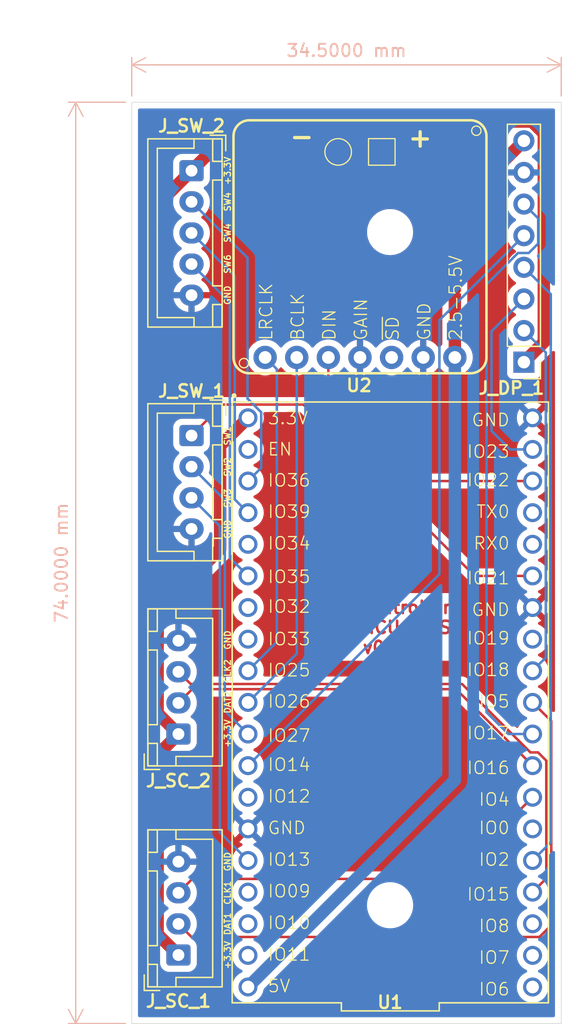
<source format=kicad_pcb>
(kicad_pcb (version 20240108) (generator "pcbnew") (generator_version "8.0")
  (title_block (title "MainControllerNodeMCU-32S") (date "2024-04-26") (comment 1 "PSH Portable Smart Hangboard") (comment 2 "April 2024"))
  (layers (0 "F.Cu" signal) (31 "B.Cu" signal) (34 "B.Paste" user) (35 "F.Paste" user) (36 "B.SilkS" user "B.Silkscreen") (37 "F.SilkS" user "F.Silkscreen") (38 "B.Mask" user) (39 "F.Mask" user) (44 "Edge.Cuts" user))
  (net 0 "")
  (net 1 "Display_SCK")
  (net 2 "Display_A0")
  (net 3 "Display_CS")
  (net 4 "Display_RESET")
  (net 5 "Display_SDA")
  (net 6 "+5V")
  (net 7 "HX711_1_DAT")
  (net 8 "HX711_1_CLK")
  (net 9 "HX711_2_CLK")
  (net 10 "HX711_2_DAT")
  (net 11 "MAX98357A_DIN")
  (net 12 "MAX98357A_BCLK")
  (net 13 "MAX98357A_LRCLK")
  (net 15 "+3.3V")
  (net 16 "GND")
  (net 24 "SW2")
  (net 28 "SW3")
  (net 30 "SW1")
  (net 31 "SW5")
  (net 36 "SW6")
  (net 37 "SW4")
  (footprint "Connector_JST:JST_XH_B4B-XH-A_1x04_P2.50mm_Vertical" (layer "F.Cu") (at 143.2468 91.8788 -90)
    (property "Reference" "J_SW_1" (at -3.575 0 180) (layer "F.SilkS") (effects (font (thickness 0.2) (bold yes))))
    (property "Value" "Conn_01x04")
    (fp_line (start -2.56 3.51) (end 10.06 3.51) (stroke (width 0.12)) (layer "F.SilkS"))
    (fp_line (start 10.06 3.51) (end 10.06 -2.46) (stroke (width 0.12)) (layer "F.SilkS"))
    (fp_line (start -1.8 2.75) (end 3.75 2.75) (stroke (width 0.12)) (layer "F.SilkS"))
    (fp_line (start 9.3 2.75) (end 3.75 2.75) (stroke (width 0.12)) (layer "F.SilkS"))
    (fp_line (start -2.55 -0.2) (end -1.8 -0.2) (stroke (width 0.12)) (layer "F.SilkS"))
    (fp_line (start -1.8 -0.2) (end -1.8 2.75) (stroke (width 0.12)) (layer "F.SilkS"))
    (fp_line (start 9.3 -0.2) (end 9.3 2.75) (stroke (width 0.12)) (layer "F.SilkS"))
    (fp_line (start 10.05 -0.2) (end 9.3 -0.2) (stroke (width 0.12)) (layer "F.SilkS"))
    (fp_line (start -2.55 -1.7) (end -0.75 -1.7) (stroke (width 0.12)) (layer "F.SilkS"))
    (fp_line (start -0.75 -1.7) (end -0.75 -2.45) (stroke (width 0.12)) (layer "F.SilkS"))
    (fp_line (start 0.75 -1.7) (end 6.75 -1.7) (stroke (width 0.12)) (layer "F.SilkS"))
    (fp_line (start 6.75 -1.7) (end 6.75 -2.45) (stroke (width 0.12)) (layer "F.SilkS"))
    (fp_line (start 8.25 -1.7) (end 10.05 -1.7) (stroke (width 0.12)) (layer "F.SilkS"))
    (fp_line (start 10.05 -1.7) (end 10.05 -2.45) (stroke (width 0.12)) (layer "F.SilkS"))
    (fp_line (start -2.55 -2.45) (end -2.55 -1.7) (stroke (width 0.12)) (layer "F.SilkS"))
    (fp_line (start -0.75 -2.45) (end -2.55 -2.45) (stroke (width 0.12)) (layer "F.SilkS"))
    (fp_line (start 0.75 -2.45) (end 0.75 -1.7) (stroke (width 0.12)) (layer "F.SilkS"))
    (fp_line (start 6.75 -2.45) (end 0.75 -2.45) (stroke (width 0.12)) (layer "F.SilkS"))
    (fp_line (start 8.25 -2.45) (end 8.25 -1.7) (stroke (width 0.12)) (layer "F.SilkS"))
    (fp_line (start 10.05 -2.45) (end 8.25 -2.45) (stroke (width 0.12)) (layer "F.SilkS"))
    (fp_line (start -2.56 -2.46) (end -2.56 3.51) (stroke (width 0.12)) (layer "F.SilkS"))
    (fp_line (start 10.06 -2.46) (end -2.56 -2.46) (stroke (width 0.12)) (layer "F.SilkS"))
    (fp_line (start -2.85 -2.75) (end -2.85 -1.5) (stroke (width 0.12)) (layer "F.SilkS"))
    (fp_line (start -1.6 -2.75) (end -2.85 -2.75) (stroke (width 0.12)) (layer "F.SilkS"))
    (pad "1" thru_hole roundrect (at 0 0 270) (size 1.7 1.95) (drill 0.95) (layers "*.Cu" "*.Mask") (roundrect_rratio 0.147059) (net 30 "SW1"))
    (pad "2" thru_hole oval (at 2.5 0 270) (size 1.7 1.95) (drill 0.95) (layers "*.Cu" "*.Mask") (net 24 "SW2"))
    (pad "3" thru_hole oval (at 5 0 270) (size 1.7 1.95) (drill 0.95) (layers "*.Cu" "*.Mask") (net 28 "SW3"))
    (pad "4" thru_hole oval (at 7.5 0 270) (size 1.7 1.95) (drill 0.95) (layers "*.Cu" "*.Mask") (net 16 "GND"))
  )
  (footprint "MountingHole:MountingHole_3.2mm_M3" (layer "F.Cu") (at 159.1968 75.5332)
    (property "Reference" "MountingHole1" (hide yes))
    (property "Value" "MountingHole_3.2mm_M3" (hide yes))
    (pad "" np_thru_hole circle (at 0 0) (size 3.2 3.2) (drill 3.2) (layers "*.Cu" "*.Mask"))
  )
  (footprint "Connector_PinHeader_2.54mm:PinHeader_1x08_P2.54mm_Vertical" (layer "F.Cu") (at 169.9468 85.9838 180)
    (property "Reference" "J_DP_1" (at 1 -2.0808 180) (layer "F.SilkS") (effects (font (thickness 0.2) (bold yes))))
    (property "Value" "Conn_01x08")
    (fp_line (start 1.33 1.27) (end 1.33 19.11) (stroke (width 0.12)) (layer "F.SilkS"))
    (fp_line (start -1.33 19.11) (end 1.33 19.11) (stroke (width 0.12)) (layer "F.SilkS"))
    (fp_line (start -1.33 1.27) (end 1.33 1.27) (stroke (width 0.12)) (layer "F.SilkS"))
    (fp_line (start -1.33 1.27) (end -1.33 19.11) (stroke (width 0.12)) (layer "F.SilkS"))
    (fp_line (start -1.33 0) (end -1.33 -1.33) (stroke (width 0.12)) (layer "F.SilkS"))
    (fp_line (start -1.33 -1.33) (end 0 -1.33) (stroke (width 0.12)) (layer "F.SilkS"))
    (pad "1" thru_hole rect (at 0 0 180) (size 1.7 1.7) (drill 1) (layers "*.Cu" "*.Mask") (net 15 "+3.3V"))
    (pad "2" thru_hole oval (at 0 2.54 180) (size 1.7 1.7) (drill 1) (layers "*.Cu" "*.Mask") (net 1 "Display_SCK"))
    (pad "3" thru_hole oval (at 0 5.08 180) (size 1.7 1.7) (drill 1) (layers "*.Cu" "*.Mask") (net 5 "Display_SDA"))
    (pad "4" thru_hole oval (at 0 7.62 180) (size 1.7 1.7) (drill 1) (layers "*.Cu" "*.Mask") (net 2 "Display_A0"))
    (pad "5" thru_hole oval (at 0 10.16 180) (size 1.7 1.7) (drill 1) (layers "*.Cu" "*.Mask") (net 4 "Display_RESET"))
    (pad "6" thru_hole oval (at 0 12.7 180) (size 1.7 1.7) (drill 1) (layers "*.Cu" "*.Mask") (net 3 "Display_CS"))
    (pad "7" thru_hole oval (at 0 15.24 180) (size 1.7 1.7) (drill 1) (layers "*.Cu" "*.Mask") (net 16 "GND"))
    (pad "8" thru_hole oval (at 0 17.78 180) (size 1.7 1.7) (drill 1) (layers "*.Cu" "*.Mask") (net 6 "+5V"))
  )
  (footprint "Footprints:SparkFun MAX98357A I2S Audio Breakout" (layer "F.Cu") (at 156.6784 76.6884 90)
    (property "Reference" "U2" (at -11.1654 0.0284 0) (layer "F.SilkS") (effects (font (thickness 0.2) (bold yes))))
    (property "Value" "SparkFun_MAX98357A_I2S_Audio_Breakout")
    (fp_line (start 8.8646 -10.0584) (end -8.9154 -10.0584) (stroke (width 0.2032)) (layer "F.SilkS"))
    (fp_line (start -10.1854 -8.7884) (end -10.1854 8.9916) (stroke (width 0.2032)) (layer "F.SilkS"))
    (fp_line (start 10.1346 8.9916) (end 10.1346 -8.7884) (stroke (width 0.2032)) (layer "F.SilkS"))
    (fp_line (start -8.9154 10.2616) (end 8.8646 10.2616) (stroke (width 0.2032)) (layer "F.SilkS"))
    (fp_rect (start 6.5278 0.7874) (end 8.6614 2.921) (stroke (width 0.1)) (fill none) (layer "F.SilkS"))
    (fp_arc (start 8.8646 -10.0584) (mid 9.762626 -9.686426) (end 10.1346 -8.7884) (stroke (width 0.2032)) (layer "F.SilkS"))
    (fp_arc (start -10.1854 -8.7884) (mid -9.813426 -9.686426) (end -8.9154 -10.0584) (stroke (width 0.2032)) (layer "F.SilkS"))
    (fp_arc (start 10.1346 8.9916) (mid 9.762626 9.889626) (end 8.8646 10.2616) (stroke (width 0.2032)) (layer "F.SilkS"))
    (fp_arc (start -8.9154 10.2616) (mid -9.813426 9.889626) (end -10.1854 8.9916) (stroke (width 0.2032)) (layer "F.SilkS"))
    (fp_circle (center -9.369198 -9.2202) (end -9.013598 -9.0932) (stroke (width 0.1)) (fill none) (layer "F.SilkS"))
    (fp_circle (center 7.5946 -1.651) (end 8.255 -2.4892) (stroke (width 0.1)) (fill none) (layer "F.SilkS"))
    (fp_circle (center 9.2964 9.4488) (end 9.6266 9.6266) (stroke (width 0.1)) (fill none) (layer "F.SilkS"))
    (fp_text user "~{SD}" (at -7.62 3.302 90) (layer "F.SilkS") (effects (font (thickness 0.1)) (justify left bottom)))
    (fp_text user "+" (at 8.636 4.826 90) (layer "F.SilkS") (effects (font (size 1.5113 1.5113) (thickness 0.2667))))
    (fp_text user "-" (at 8.636 -4.572 180) (layer "F.SilkS") (effects (font (size 1.5113 1.5113) (thickness 0.2667))))
    (fp_text user "DIN" (at -7.62 -1.778 90) (layer "F.SilkS") (effects (font (thickness 0.1)) (justify left bottom)))
    (fp_text user "GAIN" (at -7.62 0.762 90) (layer "F.SilkS") (effects (font (thickness 0.1)) (justify left bottom)))
    (fp_text user "2.5-5.5V" (at -7.62 8.382 90) (layer "F.SilkS") (effects (font (thickness 0.1)) (justify left bottom)))
    (fp_text user "GND" (at -7.62 5.842 90) (layer "F.SilkS") (effects (font (thickness 0.1)) (justify left bottom)))
    (fp_text user "BCLK" (at -7.62 -4.318 90) (layer "F.SilkS") (effects (font (thickness 0.1)) (justify left bottom)))
    (fp_text user "LRCLK" (at -7.62 -6.858 90) (layer "F.SilkS") (effects (font (thickness 0.1)) (justify left bottom)))
    (pad "1" thru_hole circle (at -8.9154 -2.4384 90) (size 1.8796 1.8796) (drill 1.016) (layers "*.Cu" "*.Mask") (net 11 "MAX98357A_DIN"))
    (pad "2" thru_hole circle (at -8.9154 0.1016 90) (size 1.8796 1.8796) (drill 1.016) (layers "*.Cu" "*.Mask") (net 16 "GND"))
    (pad "3" thru_hole circle (at -8.9154 5.1816 90) (size 1.8796 1.8796) (drill 1.016) (layers "*.Cu" "*.Mask") (net 16 "GND"))
    (pad "4" thru_hole circle (at -8.9154 2.6416 90) (size 1.8796 1.8796) (drill 1.016) (layers "*.Cu" "*.Mask"))
    (pad "5" thru_hole circle (at -8.9154 7.7216 90) (size 1.8796 1.8796) (drill 1.016) (layers "*.Cu" "*.Mask") (net 6 "+5V"))
    (pad "6" thru_hole circle (at -8.9154 -7.5184 90) (size 1.8796 1.8796) (drill 1.016) (layers "*.Cu" "*.Mask") (net 13 "MAX98357A_LRCLK"))
    (pad "7" thru_hole circle (at -8.9154 -4.9784 90) (size 1.8796 1.8796) (drill 1.016) (layers "*.Cu" "*.Mask") (net 12 "MAX98357A_BCLK"))
  )
  (footprint "Connector_JST:JST_XH_B4B-XH-A_1x04_P2.50mm_Vertical" (layer "F.Cu") (at 142.1968 133.6038 90)
    (property "Reference" "J_SC_1" (at -3.7 0 0) (layer "F.SilkS") (effects (font (thickness 0.2) (bold yes))))
    (property "Value" "Conn_01x04")
    (fp_line (start -1.6 -2.75) (end -2.85 -2.75) (stroke (width 0.12)) (layer "F.SilkS"))
    (fp_line (start -2.85 -2.75) (end -2.85 -1.5) (stroke (width 0.12)) (layer "F.SilkS"))
    (fp_line (start 10.06 -2.46) (end -2.56 -2.46) (stroke (width 0.12)) (layer "F.SilkS"))
    (fp_line (start -2.56 -2.46) (end -2.56 3.51) (stroke (width 0.12)) (layer "F.SilkS"))
    (fp_line (start 10.05 -2.45) (end 8.25 -2.45) (stroke (width 0.12)) (layer "F.SilkS"))
    (fp_line (start 8.25 -2.45) (end 8.25 -1.7) (stroke (width 0.12)) (layer "F.SilkS"))
    (fp_line (start 6.75 -2.45) (end 0.75 -2.45) (stroke (width 0.12)) (layer "F.SilkS"))
    (fp_line (start 0.75 -2.45) (end 0.75 -1.7) (stroke (width 0.12)) (layer "F.SilkS"))
    (fp_line (start -0.75 -2.45) (end -2.55 -2.45) (stroke (width 0.12)) (layer "F.SilkS"))
    (fp_line (start -2.55 -2.45) (end -2.55 -1.7) (stroke (width 0.12)) (layer "F.SilkS"))
    (fp_line (start 10.05 -1.7) (end 10.05 -2.45) (stroke (width 0.12)) (layer "F.SilkS"))
    (fp_line (start 8.25 -1.7) (end 10.05 -1.7) (stroke (width 0.12)) (layer "F.SilkS"))
    (fp_line (start 6.75 -1.7) (end 6.75 -2.45) (stroke (width 0.12)) (layer "F.SilkS"))
    (fp_line (start 0.75 -1.7) (end 6.75 -1.7) (stroke (width 0.12)) (layer "F.SilkS"))
    (fp_line (start -0.75 -1.7) (end -0.75 -2.45) (stroke (width 0.12)) (layer "F.SilkS"))
    (fp_line (start -2.55 -1.7) (end -0.75 -1.7) (stroke (width 0.12)) (layer "F.SilkS"))
    (fp_line (start 10.05 -0.2) (end 9.3 -0.2) (stroke (width 0.12)) (layer "F.SilkS"))
    (fp_line (start 9.3 -0.2) (end 9.3 2.75) (stroke (width 0.12)) (layer "F.SilkS"))
    (fp_line (start -1.8 -0.2) (end -1.8 2.75) (stroke (width 0.12)) (layer "F.SilkS"))
    (fp_line (start -2.55 -0.2) (end -1.8 -0.2) (stroke (width 0.12)) (layer "F.SilkS"))
    (fp_line (start 9.3 2.75) (end 3.75 2.75) (stroke (width 0.12)) (layer "F.SilkS"))
    (fp_line (start -1.8 2.75) (end 3.75 2.75) (stroke (width 0.12)) (layer "F.SilkS"))
    (fp_line (start 10.06 3.51) (end 10.06 -2.46) (stroke (width 0.12)) (layer "F.SilkS"))
    (fp_line (start -2.56 3.51) (end 10.06 3.51) (stroke (width 0.12)) (layer "F.SilkS"))
    (pad "1" thru_hole roundrect (at 0 0 90) (size 1.7 1.95) (drill 0.95) (layers "*.Cu" "*.Mask") (roundrect_rratio 0.147059) (net 15 "+3.3V"))
    (pad "2" thru_hole oval (at 2.5 0 90) (size 1.7 1.95) (drill 0.95) (layers "*.Cu" "*.Mask") (net 7 "HX711_1_DAT"))
    (pad "3" thru_hole oval (at 5 0 90) (size 1.7 1.95) (drill 0.95) (layers "*.Cu" "*.Mask") (net 8 "HX711_1_CLK"))
    (pad "4" thru_hole oval (at 7.5 0 90) (size 1.7 1.95) (drill 0.95) (layers "*.Cu" "*.Mask") (net 16 "GND"))
  )
  (footprint "Connector_JST:JST_XH_B5B-XH-A_1x05_P2.50mm_Vertical" (layer "F.Cu") (at 143.2468 70.6038 -90)
    (property "Reference" "J_SW_2" (at -3.6 0 180) (layer "F.SilkS") (effects (font (thickness 0.2) (bold yes))))
    (property "Value" "Conn_01x05")
    (fp_line (start -2.56 3.51) (end 12.56 3.51) (stroke (width 0.12)) (layer "F.SilkS"))
    (fp_line (start 12.56 3.51) (end 12.56 -2.46) (stroke (width 0.12)) (layer "F.SilkS"))
    (fp_line (start -1.8 2.75) (end 5 2.75) (stroke (width 0.12)) (layer "F.SilkS"))
    (fp_line (start 11.8 2.75) (end 5 2.75) (stroke (width 0.12)) (layer "F.SilkS"))
    (fp_line (start -2.55 -0.2) (end -1.8 -0.2) (stroke (width 0.12)) (layer "F.SilkS"))
    (fp_line (start -1.8 -0.2) (end -1.8 2.75) (stroke (width 0.12)) (layer "F.SilkS"))
    (fp_line (start 11.8 -0.2) (end 11.8 2.75) (stroke (width 0.12)) (layer "F.SilkS"))
    (fp_line (start 12.55 -0.2) (end 11.8 -0.2) (stroke (width 0.12)) (layer "F.SilkS"))
    (fp_line (start -2.55 -1.7) (end -0.75 -1.7) (stroke (width 0.12)) (layer "F.SilkS"))
    (fp_line (start -0.75 -1.7) (end -0.75 -2.45) (stroke (width 0.12)) (layer "F.SilkS"))
    (fp_line (start 0.75 -1.7) (end 9.25 -1.7) (stroke (width 0.12)) (layer "F.SilkS"))
    (fp_line (start 9.25 -1.7) (end 9.25 -2.45) (stroke (width 0.12)) (layer "F.SilkS"))
    (fp_line (start 10.75 -1.7) (end 12.55 -1.7) (stroke (width 0.12)) (layer "F.SilkS"))
    (fp_line (start 12.55 -1.7) (end 12.55 -2.45) (stroke (width 0.12)) (layer "F.SilkS"))
    (fp_line (start -2.55 -2.45) (end -2.55 -1.7) (stroke (width 0.12)) (layer "F.SilkS"))
    (fp_line (start -0.75 -2.45) (end -2.55 -2.45) (stroke (width 0.12)) (layer "F.SilkS"))
    (fp_line (start 0.75 -2.45) (end 0.75 -1.7) (stroke (width 0.12)) (layer "F.SilkS"))
    (fp_line (start 9.25 -2.45) (end 0.75 -2.45) (stroke (width 0.12)) (layer "F.SilkS"))
    (fp_line (start 10.75 -2.45) (end 10.75 -1.7) (stroke (width 0.12)) (layer "F.SilkS"))
    (fp_line (start 12.55 -2.45) (end 10.75 -2.45) (stroke (width 0.12)) (layer "F.SilkS"))
    (fp_line (start -2.56 -2.46) (end -2.56 3.51) (stroke (width 0.12)) (layer "F.SilkS"))
    (fp_line (start 12.56 -2.46) (end -2.56 -2.46) (stroke (width 0.12)) (layer "F.SilkS"))
    (fp_line (start -2.85 -2.75) (end -2.85 -1.5) (stroke (width 0.12)) (layer "F.SilkS"))
    (fp_line (start -1.6 -2.75) (end -2.85 -2.75) (stroke (width 0.12)) (layer "F.SilkS"))
    (pad "1" thru_hole roundrect (at 0 0 270) (size 1.7 1.95) (drill 0.95) (layers "*.Cu" "*.Mask") (roundrect_rratio 0.147059) (net 15 "+3.3V"))
    (pad "2" thru_hole oval (at 2.5 0 270) (size 1.7 1.95) (drill 0.95) (layers "*.Cu" "*.Mask") (net 37 "SW4"))
    (pad "3" thru_hole oval (at 5 0 270) (size 1.7 1.95) (drill 0.95) (layers "*.Cu" "*.Mask") (net 31 "SW5"))
    (pad "4" thru_hole oval (at 7.5 0 270) (size 1.7 1.95) (drill 0.95) (layers "*.Cu" "*.Mask") (net 36 "SW6"))
    (pad "5" thru_hole oval (at 10 0 270) (size 1.7 1.95) (drill 0.95) (layers "*.Cu" "*.Mask") (net 16 "GND"))
  )
  (footprint "Footprints:NodeMcu ESP-32S" (layer "F.Cu") (at 159.2144 113.3118)
    (property "Reference" "U1" (at -0.0176 24.092 0) (layer "F.SilkS") (effects (font (thickness 0.2) (bold yes))))
    (property "Value" "NodeMcu ESP-32S")
    (fp_line (start -12.7 -24.13) (end 12.7 -24.13) (stroke (width 0.127)) (layer "F.SilkS"))
    (fp_line (start -12.7 24.13) (end -12.7 -24.13) (stroke (width 0.127)) (layer "F.SilkS"))
    (fp_line (start -3.93 24.13) (end -12.7 24.13) (stroke (width 0.127)) (layer "F.SilkS"))
    (fp_line (start -3.93 24.13) (end -3.93 24.78) (stroke (width 0.127)) (layer "F.SilkS"))
    (fp_line (start -3.93 24.78) (end 3.93 24.78) (stroke (width 0.127)) (layer "F.SilkS"))
    (fp_line (start 3.93 24.78) (end 3.93 24.13) (stroke (width 0.127)) (layer "F.SilkS"))
    (fp_line (start 12.7 -24.13) (end 12.7 24.13) (stroke (width 0.127)) (layer "F.SilkS"))
    (fp_line (start 12.7 24.13) (end 3.93 24.13) (stroke (width 0.127)) (layer "F.SilkS"))
    (fp_circle (center -12.5476 -24.6364) (end -12.4476 -24.6364) (stroke (width 0.2)) (fill none) (layer "F.SilkS"))
    (fp_text user "IO33" (at -9.906 -4.5 0) (layer "F.SilkS") (effects (font (thickness 0.1)) (justify left bottom)))
    (fp_text user "RX0" (at 9.652 -12.192 0) (layer "F.SilkS") (effects (font (thickness 0.1)) (justify right bottom)))
    (fp_text user "IO0" (at 9.652 10.668 0) (layer "F.SilkS") (effects (font (thickness 0.1)) (justify right bottom)))
    (fp_text user "IO13" (at -9.906 13.208 0) (layer "F.SilkS") (effects (font (thickness 0.1)) (justify left bottom)))
    (fp_text user "IO21" (at 9.652 -9.398 0) (layer "F.SilkS") (effects (font (thickness 0.1)) (justify right bottom)))
    (fp_text user "GND" (at -9.906 10.668 0) (layer "F.SilkS") (effects (font (thickness 0.1)) (justify left bottom)))
    (fp_text user "IO22" (at 9.652 -17.272 0) (layer "F.SilkS") (effects (font (thickness 0.1)) (justify right bottom)))
    (fp_text user "IO18" (at 9.652 -2.032 0) (layer "F.SilkS") (effects (font (thickness 0.1)) (justify right bottom)))
    (fp_text user "IO15" (at 9.652 16.002 0) (layer "F.SilkS") (effects (font (thickness 0.1)) (justify right bottom)))
    (fp_text user "IO4" (at 9.652 8.382 0) (layer "F.SilkS") (effects (font (thickness 0.1)) (justify right bottom)))
    (fp_text user "IO8" (at 9.652 18.542 0) (layer "F.SilkS") (effects (font (thickness 0.1)) (justify right bottom)))
    (fp_text user "IO2" (at 9.652 13.208 0) (layer "F.SilkS") (effects (font (thickness 0.1)) (justify right bottom)))
    (fp_text user "IO36" (at -9.906 -17.25 0) (layer "F.SilkS") (effects (font (thickness 0.1)) (justify left bottom)))
    (fp_text user "IO10" (at -9.906 18.288 0) (layer "F.SilkS") (effects (font (thickness 0.1)) (justify left bottom)))
    (fp_text user "IO12" (at -9.906 8.128 0) (layer "F.SilkS") (effects (font (thickness 0.1)) (justify left bottom)))
    (fp_text user "EN" (at -9.906 -19.75 0) (layer "F.SilkS") (effects (font (thickness 0.1)) (justify left bottom)))
    (fp_text user "3.3V" (at -9.906 -22.25 0) (layer "F.SilkS") (effects (font (thickness 0.1)) (justify left bottom)))
    (fp_text user "IO7" (at 9.652 21.082 0) (layer "F.SilkS") (effects (font (thickness 0.1)) (justify right bottom)))
    (fp_text user "IO32" (at -9.906 -7.112 0) (layer "F.SilkS") (effects (font (thickness 0.1)) (justify left bottom)))
    (fp_text user "IO16" (at 9.652 5.842 0) (layer "F.SilkS") (effects (font (thickness 0.1)) (justify right bottom)))
    (fp_text user "IO14" (at -9.906 5.588 0) (layer "F.SilkS") (effects (font (thickness 0.1)) (justify left bottom)))
    (fp_text user "5V" (at -9.906 23.368 0) (layer "F.SilkS") (effects (font (thickness 0.1)) (justify left bottom)))
    (fp_text user "IO25" (at -9.906 -2 0) (layer "F.SilkS") (effects (font (thickness 0.1)) (justify left bottom)))
    (fp_text user "GND" (at 9.652 -22.098 0) (layer "F.SilkS") (effects (font (thickness 0.1)) (justify right bottom)))
    (fp_text user "IO11" (at -9.906 20.828 0) (layer "F.SilkS") (effects (font (thickness 0.1)) (justify left bottom)))
    (fp_text user "IO26" (at -9.906 0.508 0) (layer "F.SilkS") (effects (font (thickness 0.1)) (justify left bottom)))
    (fp_text user "IO6" (at 9.652 23.622 0) (layer "F.SilkS") (effects (font (thickness 0.1)) (justify right bottom)))
    (fp_text user "IO34" (at -9.906 -12.192 0) (layer "F.SilkS") (effects (font (thickness 0.1)) (justify left bottom)))
    (fp_text user "IO09" (at -9.906 15.748 0) (layer "F.SilkS") (effects (font (thickness 0.1)) (justify left bottom)))
    (fp_text user "IO23" (at 9.652 -19.558 0) (layer "F.SilkS") (effects (font (thickness 0.1)) (justify right bottom)))
    (fp_text user "TX0" (at 9.652 -14.732 0) (layer "F.SilkS") (effects (font (thickness 0.1)) (justify right bottom)))
    (fp_text user "IO27" (at -9.906 3.25 0) (layer "F.SilkS") (effects (font (thickness 0.1)) (justify left bottom)))
    (fp_text user "IO35" (at -9.906 -9.5 0) (layer "F.SilkS") (effects (font (thickness 0.1)) (justify left bottom)))
    (fp_text user "GND" (at 9.652 -6.858 0) (layer "F.SilkS") (effects (font (thickness 0.1)) (justify right bottom)))
    (fp_text user "IO39" (at -9.906 -14.732 0) (layer "F.SilkS") (effects (font (thickness 0.1)) (justify left bottom)))
    (fp_text user "IO17" (at 9.652 3.048 0) (layer "F.SilkS") (effects (font (thickness 0.1)) (justify right bottom)))
    (fp_text user "IO19" (at 9.652 -4.572 0) (layer "F.SilkS") (effects (font (thickness 0.1)) (justify right bottom)))
    (fp_text user "IO5" (at 9.652 0.508 0) (layer "F.SilkS") (effects (font (thickness 0.1)) (justify right bottom)))
    (pad "J1_1" thru_hole circle (at -11.43 -22.86) (size 1.524 1.524) (drill 1.016) (layers "*.Cu" "*.Mask") (net 15 "+3.3V"))
    (pad "J1_2" thru_hole circle (at -11.43 -20.32) (size 1.524 1.524) (drill 1.016) (layers "*.Cu" "*.Mask"))
    (pad "J1_3" thru_hole circle (at -11.43 -17.78) (size 1.524 1.524) (drill 1.016) (layers "*.Cu" "*.Mask") (net 37 "SW4"))
    (pad "J1_4" thru_hole circle (at -11.43 -15.24) (size 1.524 1.524) (drill 1.016) (layers "*.Cu" "*.Mask") (net 31 "SW5"))
    (pad "J1_5" thru_hole circle (at -11.43 -12.7) (size 1.524 1.524) (drill 1.016) (layers "*.Cu" "*.Mask"))
    (pad "J1_6" thru_hole circle (at -11.43 -10.16) (size 1.524 1.524) (drill 1.016) (layers "*.Cu" "*.Mask") (net 36 "SW6"))
    (pad "J1_7" thru_hole circle (at -11.43 -7.62) (size 1.524 1.524) (drill 1.016) (layers "*.Cu" "*.Mask"))
    (pad "J1_8" thru_hole circle (at -11.43 -5.08) (size 1.524 1.524) (drill 1.016) (layers "*.Cu" "*.Mask"))
    (pad "J1_9" thru_hole circle (at -11.43 -2.54) (size 1.524 1.524) (drill 1.016) (layers "*.Cu" "*.Mask") (net 13 "MAX98357A_LRCLK"))
    (pad "J1_10" thru_hole circle (at -11.43 0) (size 1.524 1.524) (drill 1.016) (layers "*.Cu" "*.Mask") (net 12 "MAX98357A_BCLK"))
    (pad "J1_11" thru_hole circle (at -11.43 2.54) (size 1.524 1.524) (drill 1.016) (layers "*.Cu" "*.Mask") (net 24 "SW2"))
    (pad "J1_12" thru_hole circle (at -11.43 5.08) (size 1.524 1.524) (drill 1.016) (layers "*.Cu" "*.Mask") (net 4 "Display_RESET"))
    (pad "J1_13" thru_hole circle (at -11.43 7.62) (size 1.524 1.524) (drill 1.016) (layers "*.Cu" "*.Mask"))
    (pad "J1_14" thru_hole circle (at -11.43 10.16) (size 1.524 1.524) (drill 1.016) (layers "*.Cu" "*.Mask") (net 16 "GND"))
    (pad "J1_15" thru_hole circle (at -11.43 12.7) (size 1.524 1.524) (drill 1.016) (layers "*.Cu" "*.Mask") (net 28 "SW3"))
    (pad "J1_16" thru_hole circle (at -11.43 15.24) (size 1.524 1.524) (drill 1.016) (layers "*.Cu" "*.Mask"))
    (pad "J1_17" thru_hole circle (at -11.43 17.78) (size 1.524 1.524) (drill 1.016) (layers "*.Cu" "*.Mask"))
    (pad "J1_18" thru_hole circle (at -11.43 20.32) (size 1.524 1.524) (drill 1.016) (layers "*.Cu" "*.Mask"))
    (pad "J1_19" thru_hole circle (at -11.43 22.86) (size 1.524 1.524) (drill 1.016) (layers "*.Cu" "*.Mask") (net 6 "+5V"))
    (pad "J2_1" thru_hole circle (at 11.43 -22.86) (size 1.524 1.524) (drill 1.016) (layers "*.Cu" "*.Mask") (net 16 "GND"))
    (pad "J2_2" thru_hole circle (at 11.43 -20.32) (size 1.524 1.524) (drill 1.016) (layers "*.Cu" "*.Mask") (net 5 "Display_SDA"))
    (pad "J2_3" thru_hole circle (at 11.43 -17.78) (size 1.524 1.524) (drill 1.016) (layers "*.Cu" "*.Mask") (net 11 "MAX98357A_DIN"))
    (pad "J2_4" thru_hole circle (at 11.43 -15.24) (size 1.524 1.524) (drill 1.016) (layers "*.Cu" "*.Mask"))
    (pad "J2_5" thru_hole circle (at 11.43 -12.7) (size 1.524 1.524) (drill 1.016) (layers "*.Cu" "*.Mask"))
    (pad "J2_6" thru_hole circle (at 11.43 -10.16) (size 1.524 1.524) (drill 1.016) (layers "*.Cu" "*.Mask") (net 30 "SW1"))
    (pad "J2_7" thru_hole circle (at 11.43 -7.62) (size 1.524 1.524) (drill 1.016) (layers "*.Cu" "*.Mask") (net 16 "GND"))
    (pad "J2_8" thru_hole circle (at 11.43 -5.08) (size 1.524 1.524) (drill 1.016) (layers "*.Cu" "*.Mask"))
    (pad "J2_9" thru_hole circle (at 11.43 -2.54) (size 1.524 1.524) (drill 1.016) (layers "*.Cu" "*.Mask") (net 1 "Display_SCK"))
    (pad "J2_10" thru_hole circle (at 11.43 0) (size 1.524 1.524) (drill 1.016) (layers "*.Cu" "*.Mask") (net 7 "HX711_1_DAT"))
    (pad "J2_11" thru_hole circle (at 11.43 2.54) (size 1.524 1.524) (drill 1.016) (layers "*.Cu" "*.Mask") (net 3 "Display_CS"))
    (pad "J2_12" thru_hole circle (at 11.43 5.08) (size 1.524 1.524) (drill 1.016) (layers "*.Cu" "*.Mask") (net 10 "HX711_2_DAT"))
    (pad "J2_13" thru_hole circle (at 11.43 7.62) (size 1.524 1.524) (drill 1.016) (layers "*.Cu" "*.Mask") (net 8 "HX711_1_CLK"))
    (pad "J2_14" thru_hole circle (at 11.43 10.16) (size 1.524 1.524) (drill 1.016) (layers "*.Cu" "*.Mask"))
    (pad "J2_15" thru_hole circle (at 11.43 12.7) (size 1.524 1.524) (drill 1.016) (layers "*.Cu" "*.Mask") (net 2 "Display_A0"))
    (pad "J2_16" thru_hole circle (at 11.43 15.24) (size 1.524 1.524) (drill 1.016) (layers "*.Cu" "*.Mask") (net 9 "HX711_2_CLK"))
    (pad "J2_17" thru_hole circle (at 11.43 17.78) (size 1.524 1.524) (drill 1.016) (layers "*.Cu" "*.Mask"))
    (pad "J2_18" thru_hole circle (at 11.43 20.32) (size 1.524 1.524) (drill 1.016) (layers "*.Cu" "*.Mask"))
    (pad "J2_19" thru_hole circle (at 11.43 22.86) (size 1.524 1.524) (drill 1.016) (layers "*.Cu" "*.Mask"))
  )
  (footprint "Connector_JST:JST_XH_B4B-XH-A_1x04_P2.50mm_Vertical" (layer "F.Cu") (at 142.1968 115.8538 90)
    (property "Reference" "J_SC_2" (at -3.75 0 0) (layer "F.SilkS") (effects (font (thickness 0.2) (bold yes))))
    (property "Value" "Conn_01x04")
    (fp_line (start -1.6 -2.75) (end -2.85 -2.75) (stroke (width 0.12)) (layer "F.SilkS"))
    (fp_line (start -2.85 -2.75) (end -2.85 -1.5) (stroke (width 0.12)) (layer "F.SilkS"))
    (fp_line (start 10.06 -2.46) (end -2.56 -2.46) (stroke (width 0.12)) (layer "F.SilkS"))
    (fp_line (start -2.56 -2.46) (end -2.56 3.51) (stroke (width 0.12)) (layer "F.SilkS"))
    (fp_line (start 10.05 -2.45) (end 8.25 -2.45) (stroke (width 0.12)) (layer "F.SilkS"))
    (fp_line (start 8.25 -2.45) (end 8.25 -1.7) (stroke (width 0.12)) (layer "F.SilkS"))
    (fp_line (start 6.75 -2.45) (end 0.75 -2.45) (stroke (width 0.12)) (layer "F.SilkS"))
    (fp_line (start 0.75 -2.45) (end 0.75 -1.7) (stroke (width 0.12)) (layer "F.SilkS"))
    (fp_line (start -0.75 -2.45) (end -2.55 -2.45) (stroke (width 0.12)) (layer "F.SilkS"))
    (fp_line (start -2.55 -2.45) (end -2.55 -1.7) (stroke (width 0.12)) (layer "F.SilkS"))
    (fp_line (start 10.05 -1.7) (end 10.05 -2.45) (stroke (width 0.12)) (layer "F.SilkS"))
    (fp_line (start 8.25 -1.7) (end 10.05 -1.7) (stroke (width 0.12)) (layer "F.SilkS"))
    (fp_line (start 6.75 -1.7) (end 6.75 -2.45) (stroke (width 0.12)) (layer "F.SilkS"))
    (fp_line (start 0.75 -1.7) (end 6.75 -1.7) (stroke (width 0.12)) (layer "F.SilkS"))
    (fp_line (start -0.75 -1.7) (end -0.75 -2.45) (stroke (width 0.12)) (layer "F.SilkS"))
    (fp_line (start -2.55 -1.7) (end -0.75 -1.7) (stroke (width 0.12)) (layer "F.SilkS"))
    (fp_line (start 10.05 -0.2) (end 9.3 -0.2) (stroke (width 0.12)) (layer "F.SilkS"))
    (fp_line (start 9.3 -0.2) (end 9.3 2.75) (stroke (width 0.12)) (layer "F.SilkS"))
    (fp_line (start -1.8 -0.2) (end -1.8 2.75) (stroke (width 0.12)) (layer "F.SilkS"))
    (fp_line (start -2.55 -0.2) (end -1.8 -0.2) (stroke (width 0.12)) (layer "F.SilkS"))
    (fp_line (start 9.3 2.75) (end 3.75 2.75) (stroke (width 0.12)) (layer "F.SilkS"))
    (fp_line (start -1.8 2.75) (end 3.75 2.75) (stroke (width 0.12)) (layer "F.SilkS"))
    (fp_line (start 10.06 3.51) (end 10.06 -2.46) (stroke (width 0.12)) (layer "F.SilkS"))
    (fp_line (start -2.56 3.51) (end 10.06 3.51) (stroke (width 0.12)) (layer "F.SilkS"))
    (pad "1" thru_hole roundrect (at 0 0 90) (size 1.7 1.95) (drill 0.95) (layers "*.Cu" "*.Mask") (roundrect_rratio 0.147059) (net 15 "+3.3V"))
    (pad "2" thru_hole oval (at 2.5 0 90) (size 1.7 1.95) (drill 0.95) (layers "*.Cu" "*.Mask") (net 10 "HX711_2_DAT"))
    (pad "3" thru_hole oval (at 5 0 90) (size 1.7 1.95) (drill 0.95) (layers "*.Cu" "*.Mask") (net 9 "HX711_2_CLK"))
    (pad "4" thru_hole oval (at 7.5 0 90) (size 1.7 1.95) (drill 0.95) (layers "*.Cu" "*.Mask") (net 16 "GND"))
  )
  (footprint "MountingHole:MountingHole_3.2mm_M3" (layer "F.Cu") (at 159.1968 129.6038)
    (property "Reference" "MountinHole2" (hide yes))
    (property "Value" "MountingHole_3.2mm_M3" (hide yes))
    (pad "" np_thru_hole circle (at 0 0) (size 3.2 3.2) (drill 3.2) (layers "F&B.Cu" "*.Mask"))
  )
  (gr_rect (start 138.4468 65.1038) (end 172.9468 139.1038) (stroke (width 0.05)) (fill none) (layer "Edge.Cuts"))
  (gr_text "MainController\nNodeMCU-32S\nv0.1" (at 158.6 105.1 0) (layer "F.Cu") (effects (font (size 1 1) (thickness 0.2) (bold yes)) (justify top)))
  (gr_text "+3.3V" (at 146.1468 70.6038 90) (layer "F.SilkS") (effects (font (size 0.5 0.5) (thickness 0.1))))
  (gr_text "SW3" (at 146.1468 96.9038 90) (layer "F.SilkS") (effects (font (size 0.5 0.5) (thickness 0.1))))
  (gr_text "CLK1" (at 146.1468 128.6038 90) (layer "F.SilkS") (effects (font (size 0.5 0.5) (thickness 0.1))))
  (gr_text "SW2" (at 146.1468 94.4038 90) (layer "F.SilkS") (effects (font (size 0.5 0.5) (thickness 0.1))))
  (gr_text "SW1" (at 146.1468 91.9038 90) (layer "F.SilkS") (effects (font (size 0.5 0.5) (thickness 0.1))))
  (gr_text "CLK2" (at 146.1468 110.8038 90) (layer "F.SilkS") (effects (font (size 0.5 0.5) (thickness 0.1))))
  (gr_text "DAT2" (at 146.1468 113.3038 90) (layer "F.SilkS") (effects (font (size 0.5 0.5) (thickness 0.1))))
  (gr_text "GND" (at 146.1468 126.1038 90) (layer "F.SilkS") (effects (font (size 0.5 0.5) (thickness 0.1))))
  (gr_text "SW4" (at 146.1468 73.1038 90) (layer "F.SilkS") (effects (font (size 0.5 0.5) (thickness 0.1))))
  (gr_text "GND" (at 146.1468 108.3038 90) (layer "F.SilkS") (effects (font (size 0.5 0.5) (thickness 0.1))))
  (gr_text "+3.3V" (at 146.1468 133.6038 90) (layer "F.SilkS") (effects (font (size 0.5 0.5) (thickness 0.1))))
  (gr_text "GND" (at 146.1468 80.6038 90) (layer "F.SilkS") (effects (font (size 0.5 0.5) (thickness 0.1))))
  (gr_text "GND" (at 146.1468 99.4038 90) (layer "F.SilkS") (effects (font (size 0.5 0.5) (thickness 0.1))))
  (gr_text "SW4" (at 146.1468 75.6038 90) (layer "F.SilkS") (effects (font (size 0.5 0.5) (thickness 0.1))))
  (gr_text "SW6" (at 146.1468 78.1038 90) (layer "F.SilkS") (effects (font (size 0.5 0.5) (thickness 0.1))))
  (gr_text "DAT1" (at 146.1468 131.1038 90) (layer "F.SilkS") (effects (font (size 0.5 0.5) (thickness 0.1))))
  (gr_text "+3.3V" (at 146.1468 115.8038 90) (layer "F.SilkS") (effects (font (size 0.5 0.5) (thickness 0.1))))
  (dimension (type aligned) (layer "B.SilkS") (pts (xy 138.4468 65.1038) (xy 172.9468 65.1038)) (height -3) (gr_text "34.5000 mm" (at 155.6968 60.9538 0) (layer "B.SilkS") (effects (font (size 1 1) (thickness 0.15)))) (format (prefix "") (suffix "") (units 3) (units_format 1) (precision 4)) (style (thickness 0.1) (arrow_length 1.27) (text_position_mode 0) (extension_height 0.58642) (extension_offset 0.5) keep_text_aligned))
  (dimension (type aligned) (layer "B.SilkS") (pts (xy 138.4468 65.1038) (xy 138.4468 139.1038)) (height 4.5) (gr_text "74.0000 mm" (at 132.7968 102.1038 90) (layer "B.SilkS") (effects (font (size 1 1) (thickness 0.15)))) (format (prefix "") (suffix "") (units 3) (units_format 1) (precision 4)) (style (thickness 0.1) (arrow_length 1.27) (text_position_mode 0) (extension_height 0.58642) (extension_offset 0.5) keep_text_aligned))
  (segment (start 171.7064 85.2034) (end 171.7064 109.7098) (width 0.2) (layer "B.Cu") (net 1))
  (segment (start 169.9468 83.4438) (end 171.7064 85.2034) (width 0.2) (layer "B.Cu") (net 1))
  (segment (start 171.7064 109.7098) (end 170.6444 110.7718) (width 0.2) (layer "B.Cu") (net 1))
  (segment (start 172.1064 124.5498) (end 170.6444 126.0118) (width 0.2) (layer "B.Cu") (net 2))
  (segment (start 169.9468 78.3638) (end 172.1064 80.5234) (width 0.2) (layer "B.Cu") (net 2))
  (segment (start 172.1064 80.5234) (end 172.1064 124.5498) (width 0.2) (layer "B.Cu") (net 2))
  (segment (start 170.3368 77.2138) (end 169.470454 77.2138) (width 0.2) (layer "B.Cu") (net 3))
  (segment (start 169.470454 77.2138) (end 166.9468 79.737454) (width 0.2) (layer "B.Cu") (net 3))
  (segment (start 171.0968 74.4338) (end 171.0968 76.4538) (width 0.2) (layer "B.Cu") (net 3))
  (segment (start 171.0968 76.4538) (end 170.3368 77.2138) (width 0.2) (layer "B.Cu") (net 3))
  (segment (start 166.9468 114.1038) (end 168.6948 115.8518) (width 0.2) (layer "B.Cu") (net 3))
  (segment (start 166.9468 79.737454) (end 166.9468 114.1038) (width 0.2) (layer "B.Cu") (net 3))
  (segment (start 169.9468 73.2838) (end 171.0968 74.4338) (width 0.2) (layer "B.Cu") (net 3))
  (segment (start 168.6948 115.8518) (end 170.6444 115.8518) (width 0.2) (layer "B.Cu") (net 3))
  (segment (start 163.1602 82.6104) (end 163.1602 103.016) (width 0.2) (layer "B.Cu") (net 4))
  (segment (start 169.9468 75.8238) (end 163.1602 82.6104) (width 0.2) (layer "B.Cu") (net 4))
  (segment (start 163.1602 103.016) (end 147.7844 118.3918) (width 0.2) (layer "B.Cu") (net 4))
  (segment (start 167.3468 91.5038) (end 168.8348 92.9918) (width 0.2) (layer "B.Cu") (net 5))
  (segment (start 167.3468 83.5038) (end 167.3468 91.5038) (width 0.2) (layer "B.Cu") (net 5))
  (segment (start 169.9468 80.9038) (end 167.3468 83.5038) (width 0.2) (layer "B.Cu") (net 5))
  (segment (start 168.8348 92.9918) (end 170.6444 92.9918) (width 0.2) (layer "B.Cu") (net 5))
  (segment (start 169.9468 68.2038) (end 164.4 73.7506) (width 1) (layer "F.Cu") (net 6))
  (segment (start 164.4 73.7506) (end 164.4 85.6038) (width 1) (layer "F.Cu") (net 6))
  (segment (start 164.4 119.5562) (end 147.7844 136.1718) (width 1) (layer "B.Cu") (net 6))
  (segment (start 164.4 85.6038) (end 164.4 119.5562) (width 1) (layer "B.Cu") (net 6))
  (segment (start 143.2468 132.1538) (end 171.1968 132.1538) (width 0.2) (layer "F.Cu") (net 7))
  (segment (start 172.1468 131.2038) (end 172.1468 114.8142) (width 0.2) (layer "F.Cu") (net 7))
  (segment (start 172.1468 114.8142) (end 170.6444 113.3118) (width 0.2) (layer "F.Cu") (net 7))
  (segment (start 171.1968 132.1538) (end 172.1468 131.2038) (width 0.2) (layer "F.Cu") (net 7))
  (segment (start 142.1968 131.1038) (end 143.2468 132.1538) (width 0.2) (layer "F.Cu") (net 7))
  (segment (start 142.1968 128.6038) (end 143.3108 127.4898) (width 0.2) (layer "F.Cu") (net 8))
  (segment (start 164.0864 127.4898) (end 170.6444 120.9318) (width 0.2) (layer "F.Cu") (net 8))
  (segment (start 143.3108 127.4898) (end 164.0864 127.4898) (width 0.2) (layer "F.Cu") (net 8))
  (segment (start 171.7468 117.992305) (end 171.7468 127.4494) (width 0.2) (layer "F.Cu") (net 9))
  (segment (start 142.1968 110.8538) (end 143.1768 111.8338) (width 0.2) (layer "F.Cu") (net 9))
  (segment (start 171.084295 117.3298) (end 171.7468 117.992305) (width 0.2) (layer "F.Cu") (net 9))
  (segment (start 143.1768 111.8338) (end 164.9768 111.8338) (width 0.2) (layer "F.Cu") (net 9))
  (segment (start 170.4728 117.3298) (end 171.084295 117.3298) (width 0.2) (layer "F.Cu") (net 9))
  (segment (start 164.9768 111.8338) (end 170.4728 117.3298) (width 0.2) (layer "F.Cu") (net 9))
  (segment (start 171.7468 127.4494) (end 170.6444 128.5518) (width 0.2) (layer "F.Cu") (net 9))
  (segment (start 142.1968 113.3538) (end 143.3008 112.2498) (width 0.2) (layer "F.Cu") (net 10))
  (segment (start 164.5024 112.2498) (end 170.6444 118.3918) (width 0.2) (layer "F.Cu") (net 10))
  (segment (start 143.3008 112.2498) (end 164.5024 112.2498) (width 0.2) (layer "F.Cu") (net 10))
  (segment (start 154.24 88.397) (end 161.3748 95.5318) (width 0.2) (layer "F.Cu") (net 11))
  (segment (start 161.3748 95.5318) (end 170.6444 95.5318) (width 0.2) (layer "F.Cu") (net 11))
  (segment (start 154.24 85.6038) (end 154.24 88.397) (width 0.2) (layer "F.Cu") (net 11))
  (segment (start 151.7 85.6038) (end 151.7 109.3962) (width 0.2) (layer "B.Cu") (net 12))
  (segment (start 151.7 109.3962) (end 147.7844 113.3118) (width 0.2) (layer "B.Cu") (net 12))
  (segment (start 150.099799 86.543599) (end 150.099799 108.456401) (width 0.2) (layer "B.Cu") (net 13))
  (segment (start 149.16 85.6038) (end 150.099799 86.543599) (width 0.2) (layer "B.Cu") (net 13))
  (segment (start 150.099799 108.456401) (end 147.7844 110.7718) (width 0.2) (layer "B.Cu") (net 13))
  (segment (start 143.2468 70.6038) (end 147.1968 66.6538) (width 1) (layer "F.Cu") (net 15))
  (segment (start 140.5218 73.3288) (end 140.5218 107.8038) (width 1) (layer "F.Cu") (net 15))
  (segment (start 140.5218 114.1788) (end 142.1968 115.8538) (width 1) (layer "F.Cu") (net 15))
  (segment (start 145.5468 92.6894) (end 145.5468 101.0038) (width 1) (layer "F.Cu") (net 15))
  (segment (start 140.5218 131.9288) (end 140.5218 117.5288) (width 1) (layer "F.Cu") (net 15))
  (segment (start 140.5218 106.0288) (end 140.5218 107.8038) (width 1) (layer "F.Cu") (net 15))
  (segment (start 147.1968 66.6538) (end 170.588832 66.6538) (width 1) (layer "F.Cu") (net 15))
  (segment (start 140.5218 117.5288) (end 142.1968 115.8538) (width 1) (layer "F.Cu") (net 15))
  (segment (start 145.5468 101.0038) (end 140.5218 106.0288) (width 1) (layer "F.Cu") (net 15))
  (segment (start 140.5218 107.8038) (end 140.5218 114.1788) (width 1) (layer "F.Cu") (net 15))
  (segment (start 171.5468 67.611768) (end 171.5468 84.3838) (width 1) (layer "F.Cu") (net 15))
  (segment (start 143.2468 70.6038) (end 140.5218 73.3288) (width 1) (layer "F.Cu") (net 15))
  (segment (start 142.1968 133.6038) (end 140.5218 131.9288) (width 1) (layer "F.Cu") (net 15))
  (segment (start 147.7844 90.4518) (end 145.5468 92.6894) (width 1) (layer "F.Cu") (net 15))
  (segment (start 170.588832 66.6538) (end 171.5468 67.611768) (width 1) (layer "F.Cu") (net 15))
  (segment (start 171.5468 84.3838) (end 169.9468 85.9838) (width 1) (layer "F.Cu") (net 15))
  (segment (start 145.9224 113.9898) (end 147.7844 115.8518) (width 0.2) (layer "B.Cu") (net 24))
  (segment (start 143.2468 94.3788) (end 145.9224 97.0544) (width 0.2) (layer "B.Cu") (net 24))
  (segment (start 145.9224 97.0544) (end 145.9224 113.9898) (width 0.2) (layer "B.Cu") (net 24))
  (segment (start 145.5224 123.7498) (end 147.7844 126.0118) (width 0.2) (layer "B.Cu") (net 28))
  (segment (start 143.2468 96.8788) (end 145.5224 99.1544) (width 0.2) (layer "B.Cu") (net 28))
  (segment (start 145.5224 99.1544) (end 145.5224 123.7498) (width 0.2) (layer "B.Cu") (net 28))
  (segment (start 145.7358 89.3898) (end 152.2328 89.3898) (width 0.2) (layer "F.Cu") (net 30))
  (segment (start 143.2468 91.8788) (end 145.7358 89.3898) (width 0.2) (layer "F.Cu") (net 30))
  (segment (start 152.2328 89.3898) (end 165.9948 103.1518) (width 0.2) (layer "F.Cu") (net 30))
  (segment (start 165.9948 103.1518) (end 170.6444 103.1518) (width 0.2) (layer "F.Cu") (net 30))
  (segment (start 146.7224 79.0794) (end 143.2468 75.6038) (width 0.2) (layer "B.Cu") (net 31))
  (segment (start 146.7224 97.0098) (end 146.7224 79.0794) (width 0.2) (layer "B.Cu") (net 31))
  (segment (start 147.7844 98.0718) (end 146.7224 97.0098) (width 0.2) (layer "B.Cu") (net 31))
  (segment (start 146.3224 81.1794) (end 146.3224 101.6898) (width 0.2) (layer "B.Cu") (net 36))
  (segment (start 146.3224 101.6898) (end 147.7844 103.1518) (width 0.2) (layer "B.Cu") (net 36))
  (segment (start 143.2468 78.1038) (end 146.3224 81.1794) (width 0.2) (layer "B.Cu") (net 36))
  (segment (start 147.7468 88.912305) (end 148.8464 90.011905) (width 0.2) (layer "B.Cu") (net 37))
  (segment (start 143.2468 73.1038) (end 147.7468 77.6038) (width 0.2) (layer "B.Cu") (net 37))
  (segment (start 147.7468 77.6038) (end 147.7468 88.912305) (width 0.2) (layer "B.Cu") (net 37))
  (segment (start 148.8464 90.011905) (end 148.8464 94.4698) (width 0.2) (layer "B.Cu") (net 37))
  (segment (start 148.8464 94.4698) (end 147.7844 95.5318) (width 0.2) (layer "B.Cu") (net 37))
  (zone (net 16) (net_name "GND") (layers "F&B.Cu") (connect_pads (clearance 0.5)) (min_thickness 0.25) (fill yes (thermal_gap 0.5) (thermal_bridge_width 0.5))
    (polygon (pts (xy 138.4468 65.1038) (xy 172.9468 65.1038) (xy 172.9468 139.1038) (xy 138.4468 139.1038)))
  )
)
</source>
